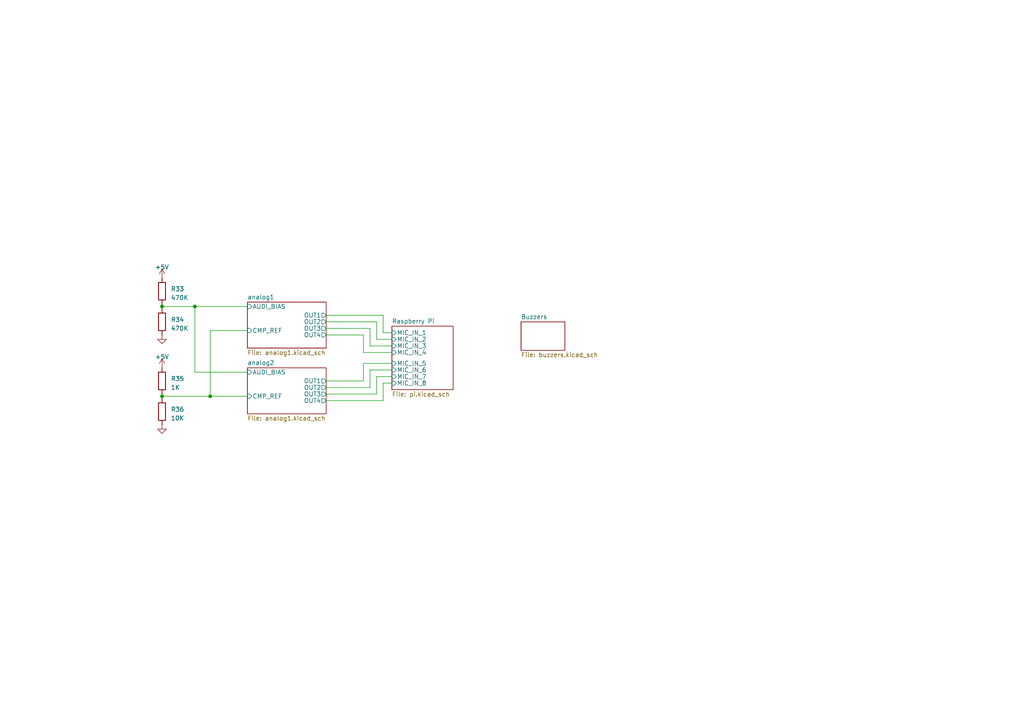
<source format=kicad_sch>
(kicad_sch (version 20230121) (generator eeschema)
  (paper "A4")
  (lib_symbols
    (symbol "Device:R" (pin_numbers hide) (pin_names (offset 0))
      (property "Reference" "R" (at 2.032 0 90))
      (property "Value" "R" (at 0 0 90))
      (symbol "R_0_1"
        (rectangle (start -1.016 -2.54) (end 1.016 2.54) (stroke (width 0.254)))
      )
      (symbol "R_1_1"
        (pin passive line (at 0 3.81 270) (length 1.27) (name "~") (number "1"))
        (pin passive line (at 0 -3.81 90) (length 1.27) (name "~") (number "2"))
      )
    )
    (symbol "power:+5V" (power) (pin_names (offset 0))
      (property "Value" "+5V" (at 0 3.556 0))
      (symbol "+5V_0_1"
        (polyline (pts (xy -0.762 1.27) (xy 0 2.54)))
        (polyline (pts (xy 0 0) (xy 0 2.54)))
        (polyline (pts (xy 0 2.54) (xy 0.762 1.27)))
      )
      (symbol "+5V_1_1"
        (pin power_in line (at 0 0 90) (length 0) hide (name "+5V") (number "1"))
      )
    )
    (symbol "power:GND" (power) (pin_names (offset 0))
      (property "Value" "GND" (at 0 -3.81 0))
      (symbol "GND_0_1"
        (polyline (pts (xy 0 0) (xy 0 -1.27) (xy 1.27 -1.27) (xy 0 -2.54) (xy -1.27 -1.27) (xy 0 -1.27)))
      )
      (symbol "GND_1_1"
        (pin power_in line (at 0 0 270) (length 0) hide (name "GND") (number "1"))
      )
    )
  )
  (junction (at 46.99 88.9))
  (junction (at 56.515 88.9))
  (junction (at 46.99 114.935))
  (junction (at 60.96 114.935))
  (wire (pts (xy 94.615 114.3) (xy 109.22 114.3)))
  (wire (pts (xy 94.615 116.205) (xy 111.125 116.205)))
  (wire (pts (xy 71.755 95.885) (xy 60.96 95.885)))
  (wire (pts (xy 107.315 100.33) (xy 107.315 95.25)))
  (wire (pts (xy 46.99 88.9) (xy 56.515 88.9)))
  (wire (pts (xy 113.665 96.52) (xy 111.125 96.52)))
  (wire (pts (xy 111.125 96.52) (xy 111.125 91.44)))
  (wire (pts (xy 109.22 93.345) (xy 109.22 98.425)))
  (wire (pts (xy 105.41 102.235) (xy 113.665 102.235)))
  (wire (pts (xy 109.22 109.22) (xy 113.665 109.22)))
  (wire (pts (xy 46.99 88.265) (xy 46.99 88.9)))
  (wire (pts (xy 113.665 107.315) (xy 107.315 107.315)))
  (wire (pts (xy 111.125 91.44) (xy 94.615 91.44)))
  (wire (pts (xy 107.315 112.395) (xy 94.615 112.395)))
  (wire (pts (xy 111.125 111.125) (xy 113.665 111.125)))
  (wire (pts (xy 105.41 105.41) (xy 113.665 105.41)))
  (wire (pts (xy 56.515 107.95) (xy 56.515 88.9)))
  (wire (pts (xy 46.99 88.9) (xy 46.99 89.535)))
  (wire (pts (xy 113.665 100.33) (xy 107.315 100.33)))
  (wire (pts (xy 60.96 95.885) (xy 60.96 114.935)))
  (wire (pts (xy 46.99 114.935) (xy 60.96 114.935)))
  (wire (pts (xy 105.41 110.49) (xy 105.41 105.41)))
  (wire (pts (xy 94.615 93.345) (xy 109.22 93.345)))
  (wire (pts (xy 109.22 98.425) (xy 113.665 98.425)))
  (wire (pts (xy 46.99 114.3) (xy 46.99 114.935)))
  (wire (pts (xy 111.125 116.205) (xy 111.125 111.125)))
  (wire (pts (xy 107.315 95.25) (xy 94.615 95.25)))
  (wire (pts (xy 94.615 110.49) (xy 105.41 110.49)))
  (wire (pts (xy 105.41 97.155) (xy 105.41 102.235)))
  (wire (pts (xy 60.96 114.935) (xy 71.755 114.935)))
  (wire (pts (xy 109.22 114.3) (xy 109.22 109.22)))
  (wire (pts (xy 71.755 107.95) (xy 56.515 107.95)))
  (wire (pts (xy 107.315 107.315) (xy 107.315 112.395)))
  (wire (pts (xy 46.99 114.935) (xy 46.99 115.57)))
  (wire (pts (xy 94.615 97.155) (xy 105.41 97.155)))
  (wire (pts (xy 56.515 88.9) (xy 71.755 88.9)))
  (symbol (lib_id "Device:R") (at 46.99 110.49 0) (unit 1)
    (property "Reference" "R35" (at 49.53 109.855 0) (effects (justify left)))
    (property "Value" "1K" (at 49.53 112.395 0) (effects (justify left)))
  )
  (symbol (lib_id "Device:R") (at 46.99 93.345 0) (unit 1)
    (property "Reference" "R34" (at 49.53 92.71 0) (effects (justify left)))
    (property "Value" "470K" (at 49.53 95.25 0) (effects (justify left)))
  )
  (symbol (lib_id "power:GND") (at 46.99 123.19 0) (unit 1)
    (property "Reference" "#PWR026" (effects hide))
    (property "Value" "GND" (effects hide))
  )
  (symbol (lib_id "power:+5V") (at 46.99 80.645 0) (unit 1)
    (property "Reference" "#PWR024" (effects hide))
    (property "Value" "+5V" (at 46.99 77.47 0))
  )
  (symbol (lib_id "Device:R") (at 46.99 84.455 0) (unit 1)
    (property "Reference" "R33" (at 49.53 83.82 0) (effects (justify left)))
    (property "Value" "470K" (at 49.53 86.36 0) (effects (justify left)))
  )
  (symbol (lib_id "power:GND") (at 46.99 97.155 0) (unit 1)
    (property "Reference" "#PWR023" (effects hide))
    (property "Value" "GND" (effects hide))
  )
  (symbol (lib_id "power:+5V") (at 46.99 106.68 0) (unit 1)
    (property "Reference" "#PWR025" (effects hide))
    (property "Value" "+5V" (at 46.99 103.505 0))
  )
  (symbol (lib_id "Device:R") (at 46.99 119.38 0) (unit 1)
    (property "Reference" "R36" (at 49.53 118.745 0) (effects (justify left)))
    (property "Value" "10K" (at 49.53 121.285 0) (effects (justify left)))
  )
  (sheet (at 71.755 106.68) (size 22.86 13.335) (stroke (width 0.1524))
    (property "Sheetname" "analog2" (at 71.755 105.9684 0) (effects (justify left bottom)))
    (property "Sheetfile" "analog1.kicad_sch" (at 71.755 120.5996 0) (effects (justify left top)))
    (pin "AUDI_BIAS" input (at 71.755 107.95 180))
    (pin "OUT3" output (at 94.615 114.3 0))
    (pin "OUT2" output (at 94.615 112.395 0))
    (pin "OUT4" output (at 94.615 116.205 0))
    (pin "OUT1" output (at 94.615 110.49 0))
    (pin "CMP_REF" input (at 71.755 114.935 180))
  )
  (sheet (at 71.755 87.63) (size 22.86 13.335) (stroke (width 0.1524))
    (property "Sheetname" "analog1" (at 71.755 86.9184 0) (effects (justify left bottom)))
    (property "Sheetfile" "analog1.kicad_sch" (at 71.755 101.5496 0) (effects (justify left top)))
    (pin "AUDI_BIAS" input (at 71.755 88.9 180))
    (pin "OUT3" output (at 94.615 95.25 0))
    (pin "OUT2" output (at 94.615 93.345 0))
    (pin "OUT4" output (at 94.615 97.155 0))
    (pin "OUT1" output (at 94.615 91.44 0))
    (pin "CMP_REF" input (at 71.755 95.885 180))
  )
  (sheet (at 113.665 94.615) (size 17.78 18.415) (stroke (width 0.1524))
    (property "Sheetname" "Raspberry Pi" (at 113.665 93.9034 0) (effects (justify left bottom)))
    (property "Sheetfile" "pi.kicad_sch" (at 113.665 113.6146 0) (effects (justify left top)))
    (pin "MIC_IN_4" input (at 113.665 102.235 180))
    (pin "MIC_IN_7" input (at 113.665 109.22 180))
    (pin "MIC_IN_8" input (at 113.665 111.125 180))
    (pin "MIC_IN_5" input (at 113.665 105.41 180))
    (pin "MIC_IN_6" input (at 113.665 107.315 180))
    (pin "MIC_IN_1" input (at 113.665 96.52 180))
    (pin "MIC_IN_2" input (at 113.665 98.425 180))
    (pin "MIC_IN_3" input (at 113.665 100.33 180))
  )
  (sheet (at 151.13 93.345) (size 12.7 8.255) (stroke (width 0.1524))
    (property "Sheetname" "Buzzers" (at 151.13 92.6334 0) (effects (justify left bottom)))
    (property "Sheetfile" "buzzers.kicad_sch" (at 151.13 102.1846 0) (effects (justify left top)))
  )
)
</source>
